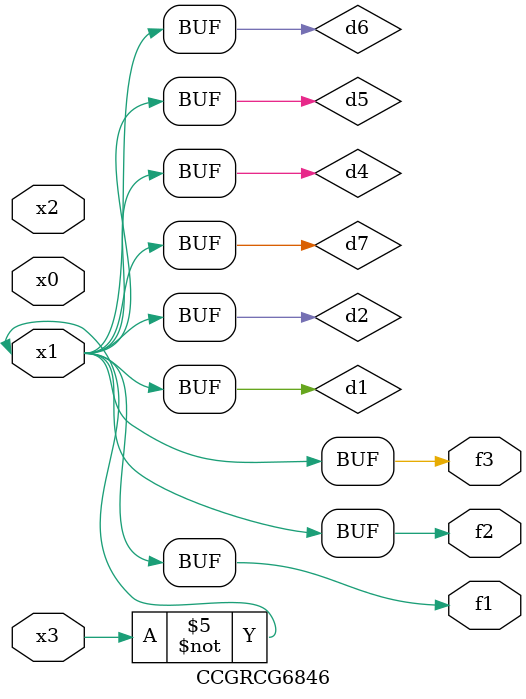
<source format=v>
module CCGRCG6846(
	input x0, x1, x2, x3,
	output f1, f2, f3
);

	wire d1, d2, d3, d4, d5, d6, d7;

	not (d1, x3);
	buf (d2, x1);
	xnor (d3, d1, d2);
	nor (d4, d1);
	buf (d5, d1, d2);
	buf (d6, d4, d5);
	nand (d7, d4);
	assign f1 = d6;
	assign f2 = d7;
	assign f3 = d6;
endmodule

</source>
